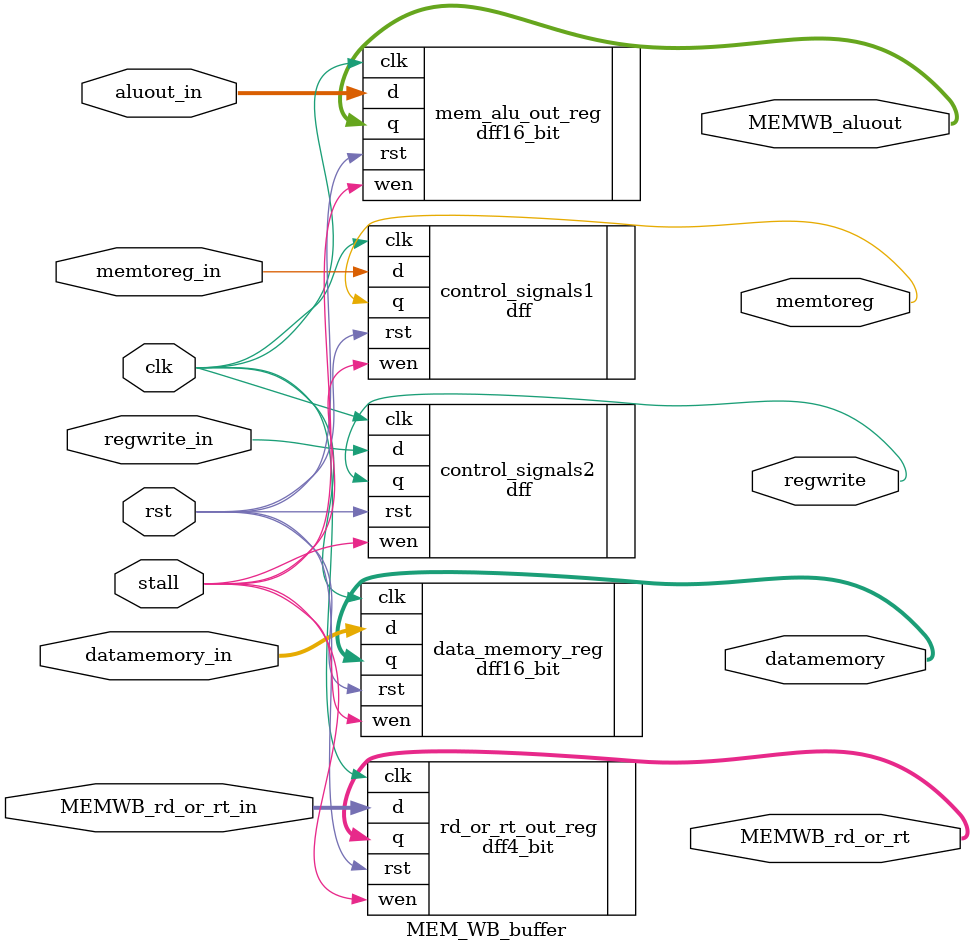
<source format=sv>
module MEM_WB_buffer(input memtoreg_in,
					 input regwrite_in,
					 input [15:0]aluout_in,
					 input [15:0]datamemory_in,
					 input [3:0]MEMWB_rd_or_rt_in,
					 input clk,
					 input rst,
					 input stall,
					 output memtoreg,
					 output regwrite,
					 output [15:0]MEMWB_aluout,
					 output [15:0]datamemory,
					 output [3:0]MEMWB_rd_or_rt);

dff control_signals1 (.q(memtoreg), .d(memtoreg_in), .wen(stall), .clk(clk), .rst(rst));
dff control_signals2 (.q(regwrite), .d(regwrite_in), .wen(stall), .clk(clk), .rst(rst));

dff16_bit mem_alu_out_reg (.q(MEMWB_aluout), .d(aluout_in), .wen(stall), .clk(clk), .rst(rst));
dff16_bit data_memory_reg (.q(datamemory), .d(datamemory_in), .wen(stall), .clk(clk), .rst(rst));
dff4_bit rd_or_rt_out_reg (.q(MEMWB_rd_or_rt), .d(MEMWB_rd_or_rt_in), .wen(stall), .clk(clk), .rst(rst));

endmodule
</source>
